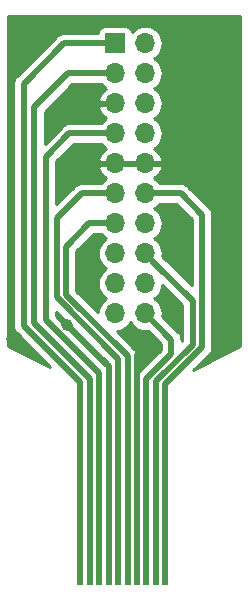
<source format=gbr>
G04 #@! TF.GenerationSoftware,KiCad,Pcbnew,6.0.0-rc1-unknown-bb2e402~66~ubuntu16.04.1*
G04 #@! TF.CreationDate,2019-01-25T18:37:06+01:00
G04 #@! TF.ProjectId,trollfinger-breakout,74726f6c-6c66-4696-9e67-65722d627265,rev?*
G04 #@! TF.SameCoordinates,PX848f8c0PY66ff300*
G04 #@! TF.FileFunction,Copper,L2,Bot*
G04 #@! TF.FilePolarity,Positive*
%FSLAX46Y46*%
G04 Gerber Fmt 4.6, Leading zero omitted, Abs format (unit mm)*
G04 Created by KiCad (PCBNEW 6.0.0-rc1-unknown-bb2e402~66~ubuntu16.04.1) date fre 25 jan 2019 18:37:06*
%MOMM*%
%LPD*%
G04 APERTURE LIST*
%ADD10O,1.700000X1.700000*%
%ADD11R,1.700000X1.700000*%
%ADD12R,0.600000X3.500000*%
%ADD13C,1.000000*%
%ADD14C,0.500000*%
%ADD15C,0.250000*%
G04 APERTURE END LIST*
D10*
X12290000Y24140000D03*
X9750000Y24140000D03*
X12290000Y26680000D03*
X9750000Y26680000D03*
X12290000Y29220000D03*
X9750000Y29220000D03*
X12290000Y31760000D03*
X9750000Y31760000D03*
X12290000Y34300000D03*
X9750000Y34300000D03*
X12290000Y36840000D03*
X9750000Y36840000D03*
X12290000Y39380000D03*
X9750000Y39380000D03*
X12290000Y41920000D03*
X9750000Y41920000D03*
X12290000Y44460000D03*
X9750000Y44460000D03*
X12290000Y47000000D03*
D11*
X9750000Y47000000D03*
D12*
X7595082Y2840000D03*
X9195082Y2840000D03*
X9995082Y2840000D03*
X10795082Y2840000D03*
X13995082Y2840000D03*
X6795082Y2840000D03*
X11595082Y2840000D03*
X8395082Y2840000D03*
X12395082Y2840000D03*
X13195082Y2840000D03*
D13*
X5700000Y23200000D03*
X11900000Y20900000D03*
X19000000Y48000000D03*
X2000000Y48000000D03*
X20000000Y22000000D03*
X1000000Y22000000D03*
X6000000Y37000000D03*
X6000000Y42000000D03*
X15000000Y37000000D03*
X15000000Y24000000D03*
X15000000Y32000000D03*
X7000000Y29000000D03*
D14*
X9195082Y2840000D02*
X9195082Y19704918D01*
X9195082Y19704918D02*
X9000000Y19900000D01*
X9000000Y19900000D02*
X5700000Y23200000D01*
X11595082Y2840000D02*
X11595082Y20595082D01*
X11595082Y20595082D02*
X11900000Y20900000D01*
X7595082Y2840000D02*
X7595082Y18604918D01*
X7595082Y18604918D02*
X2900000Y23300000D01*
X2900000Y23300000D02*
X2900000Y41600000D01*
X5760000Y44460000D02*
X9750000Y44460000D01*
X2900000Y41600000D02*
X5760000Y44460000D01*
X4800000Y32200000D02*
X6900000Y34300000D01*
X9995082Y2840000D02*
X9995082Y20304918D01*
X6900000Y34300000D02*
X9750000Y34300000D01*
X4800000Y25500000D02*
X4800000Y32200000D01*
X9995082Y20304918D02*
X4800000Y25500000D01*
X7560000Y31760000D02*
X9750000Y31760000D01*
X5600000Y29800000D02*
X7560000Y31760000D01*
X5600000Y25700000D02*
X5600000Y29800000D01*
X10795082Y2840000D02*
X10795082Y20504918D01*
X10795082Y20504918D02*
X5600000Y25700000D01*
X15300000Y34300000D02*
X12290000Y34300000D01*
X17100000Y32500000D02*
X15300000Y34300000D01*
X13995082Y18195082D02*
X17100000Y21300000D01*
X17100000Y21300000D02*
X17100000Y32500000D01*
X13995082Y2840000D02*
X13995082Y18195082D01*
X5400000Y47000000D02*
X9750000Y47000000D01*
X2000000Y43600000D02*
X5400000Y47000000D01*
X6795082Y2840000D02*
X6795082Y18304918D01*
X2000000Y23100000D02*
X2000000Y43600000D01*
X6795082Y18304918D02*
X2000000Y23100000D01*
X8395082Y2840000D02*
X8395082Y19104918D01*
X8395082Y19104918D02*
X3900000Y23600000D01*
X3900000Y23600000D02*
X3900000Y37400000D01*
X5880000Y39380000D02*
X9750000Y39380000D01*
X3900000Y37400000D02*
X5880000Y39380000D01*
X12395082Y2840000D02*
X12395082Y18595082D01*
X12395082Y18595082D02*
X14500000Y20700000D01*
X14500000Y21930000D02*
X12290000Y24140000D01*
X14500000Y20700000D02*
X14500000Y21930000D01*
X16300000Y25210000D02*
X13139999Y28370001D01*
X16300000Y21489964D02*
X16300000Y25210000D01*
X13139999Y28370001D02*
X12290000Y29220000D01*
X13195082Y2840000D02*
X13195082Y18385046D01*
X13195082Y18385046D02*
X16300000Y21489964D01*
D15*
G36*
X11057649Y23316569D02*
G01*
X11241972Y23091972D01*
X11466569Y22907649D01*
X11722811Y22770685D01*
X12000850Y22686343D01*
X12217548Y22665000D01*
X12362452Y22665000D01*
X12512760Y22679804D01*
X13625001Y21567562D01*
X13625000Y21062437D01*
X11806758Y19244194D01*
X11773371Y19216794D01*
X11670082Y19090936D01*
X11670082Y20461940D01*
X11674315Y20504919D01*
X11657421Y20676449D01*
X11635093Y20750053D01*
X11607387Y20841386D01*
X11526138Y20993394D01*
X11416794Y21126630D01*
X11383401Y21154035D01*
X9867954Y22669482D01*
X10039150Y22686343D01*
X10317189Y22770685D01*
X10573431Y22907649D01*
X10798028Y23091972D01*
X10982351Y23316569D01*
X11020000Y23387005D01*
X11057649Y23316569D01*
X11057649Y23316569D01*
G37*
X11057649Y23316569D02*
X11241972Y23091972D01*
X11466569Y22907649D01*
X11722811Y22770685D01*
X12000850Y22686343D01*
X12217548Y22665000D01*
X12362452Y22665000D01*
X12512760Y22679804D01*
X13625001Y21567562D01*
X13625000Y21062437D01*
X11806758Y19244194D01*
X11773371Y19216794D01*
X11670082Y19090936D01*
X11670082Y20461940D01*
X11674315Y20504919D01*
X11657421Y20676449D01*
X11635093Y20750053D01*
X11607387Y20841386D01*
X11526138Y20993394D01*
X11416794Y21126630D01*
X11383401Y21154035D01*
X9867954Y22669482D01*
X10039150Y22686343D01*
X10317189Y22770685D01*
X10573431Y22907649D01*
X10798028Y23091972D01*
X10982351Y23316569D01*
X11020000Y23387005D01*
X11057649Y23316569D01*
G36*
X20350001Y21395596D02*
G01*
X16379137Y19341701D01*
X17688326Y20650889D01*
X17721712Y20678288D01*
X17831056Y20811524D01*
X17912305Y20963532D01*
X17951654Y21093246D01*
X17962339Y21128469D01*
X17979233Y21299999D01*
X17975000Y21342978D01*
X17975000Y32457022D01*
X17979233Y32500001D01*
X17962339Y32671531D01*
X17950694Y32709920D01*
X17912305Y32836468D01*
X17831056Y32988476D01*
X17721712Y33121712D01*
X17688319Y33149117D01*
X15949117Y34888319D01*
X15921712Y34921712D01*
X15788476Y35031056D01*
X15636468Y35112305D01*
X15471530Y35162339D01*
X15342979Y35175000D01*
X15300000Y35179233D01*
X15257021Y35175000D01*
X13480029Y35175000D01*
X13338028Y35348028D01*
X13113431Y35532351D01*
X13034190Y35574706D01*
X13164496Y35652188D01*
X13379423Y35845617D01*
X13552485Y36077260D01*
X13677030Y36338214D01*
X13722045Y36486628D01*
X13602812Y36715000D01*
X12415000Y36715000D01*
X12415000Y36695000D01*
X12165000Y36695000D01*
X12165000Y36715000D01*
X9875000Y36715000D01*
X9875000Y36695000D01*
X9625000Y36695000D01*
X9625000Y36715000D01*
X8437188Y36715000D01*
X8317955Y36486628D01*
X8362970Y36338214D01*
X8487515Y36077260D01*
X8660577Y35845617D01*
X8875504Y35652188D01*
X9005810Y35574706D01*
X8926569Y35532351D01*
X8701972Y35348028D01*
X8559971Y35175000D01*
X6942978Y35175000D01*
X6899999Y35179233D01*
X6728469Y35162339D01*
X6690080Y35150694D01*
X6563532Y35112305D01*
X6411524Y35031056D01*
X6278288Y34921712D01*
X6250888Y34888325D01*
X4775000Y33412436D01*
X4775000Y37037564D01*
X6242437Y38505000D01*
X8559971Y38505000D01*
X8701972Y38331972D01*
X8926569Y38147649D01*
X9005810Y38105294D01*
X8875504Y38027812D01*
X8660577Y37834383D01*
X8487515Y37602740D01*
X8362970Y37341786D01*
X8317955Y37193372D01*
X8437188Y36965000D01*
X9625000Y36965000D01*
X9625000Y36985000D01*
X9875000Y36985000D01*
X9875000Y36965000D01*
X12165000Y36965000D01*
X12165000Y36985000D01*
X12415000Y36985000D01*
X12415000Y36965000D01*
X13602812Y36965000D01*
X13722045Y37193372D01*
X13677030Y37341786D01*
X13552485Y37602740D01*
X13379423Y37834383D01*
X13164496Y38027812D01*
X13034190Y38105294D01*
X13113431Y38147649D01*
X13338028Y38331972D01*
X13522351Y38556569D01*
X13659315Y38812811D01*
X13743657Y39090850D01*
X13772136Y39380000D01*
X13743657Y39669150D01*
X13659315Y39947189D01*
X13522351Y40203431D01*
X13338028Y40428028D01*
X13113431Y40612351D01*
X13042995Y40650000D01*
X13113431Y40687649D01*
X13338028Y40871972D01*
X13522351Y41096569D01*
X13659315Y41352811D01*
X13743657Y41630850D01*
X13772136Y41920000D01*
X13743657Y42209150D01*
X13659315Y42487189D01*
X13522351Y42743431D01*
X13338028Y42968028D01*
X13113431Y43152351D01*
X13042995Y43190000D01*
X13113431Y43227649D01*
X13338028Y43411972D01*
X13522351Y43636569D01*
X13659315Y43892811D01*
X13743657Y44170850D01*
X13772136Y44460000D01*
X13743657Y44749150D01*
X13659315Y45027189D01*
X13522351Y45283431D01*
X13338028Y45508028D01*
X13113431Y45692351D01*
X13042995Y45730000D01*
X13113431Y45767649D01*
X13338028Y45951972D01*
X13522351Y46176569D01*
X13659315Y46432811D01*
X13743657Y46710850D01*
X13772136Y47000000D01*
X13743657Y47289150D01*
X13659315Y47567189D01*
X13522351Y47823431D01*
X13338028Y48048028D01*
X13113431Y48232351D01*
X12857189Y48369315D01*
X12579150Y48453657D01*
X12362452Y48475000D01*
X12217548Y48475000D01*
X12000850Y48453657D01*
X11722811Y48369315D01*
X11466569Y48232351D01*
X11241972Y48048028D01*
X11206254Y48004506D01*
X11180219Y48090334D01*
X11122183Y48198911D01*
X11044080Y48294080D01*
X10948911Y48372183D01*
X10840334Y48430219D01*
X10722521Y48465957D01*
X10600000Y48478024D01*
X8900000Y48478024D01*
X8777479Y48465957D01*
X8659666Y48430219D01*
X8551089Y48372183D01*
X8455920Y48294080D01*
X8377817Y48198911D01*
X8319781Y48090334D01*
X8284043Y47972521D01*
X8274438Y47875000D01*
X5442978Y47875000D01*
X5399999Y47879233D01*
X5228469Y47862339D01*
X5187794Y47850000D01*
X5063532Y47812305D01*
X4911524Y47731056D01*
X4778288Y47621712D01*
X4750888Y47588325D01*
X1411676Y44249112D01*
X1378289Y44221712D01*
X1268945Y44088476D01*
X1225516Y44007226D01*
X1187695Y43936467D01*
X1137661Y43771529D01*
X1120767Y43600000D01*
X1125001Y43557011D01*
X1125000Y23142979D01*
X1120767Y23100000D01*
X1134208Y22963533D01*
X1137661Y22928471D01*
X1187695Y22763533D01*
X1268944Y22611525D01*
X1378288Y22478288D01*
X1411681Y22450883D01*
X4271682Y19590881D01*
X650000Y21401722D01*
X650000Y49350000D01*
X20350000Y49350000D01*
X20350001Y21395596D01*
X20350001Y21395596D01*
G37*
X20350001Y21395596D02*
X16379137Y19341701D01*
X17688326Y20650889D01*
X17721712Y20678288D01*
X17831056Y20811524D01*
X17912305Y20963532D01*
X17951654Y21093246D01*
X17962339Y21128469D01*
X17979233Y21299999D01*
X17975000Y21342978D01*
X17975000Y32457022D01*
X17979233Y32500001D01*
X17962339Y32671531D01*
X17950694Y32709920D01*
X17912305Y32836468D01*
X17831056Y32988476D01*
X17721712Y33121712D01*
X17688319Y33149117D01*
X15949117Y34888319D01*
X15921712Y34921712D01*
X15788476Y35031056D01*
X15636468Y35112305D01*
X15471530Y35162339D01*
X15342979Y35175000D01*
X15300000Y35179233D01*
X15257021Y35175000D01*
X13480029Y35175000D01*
X13338028Y35348028D01*
X13113431Y35532351D01*
X13034190Y35574706D01*
X13164496Y35652188D01*
X13379423Y35845617D01*
X13552485Y36077260D01*
X13677030Y36338214D01*
X13722045Y36486628D01*
X13602812Y36715000D01*
X12415000Y36715000D01*
X12415000Y36695000D01*
X12165000Y36695000D01*
X12165000Y36715000D01*
X9875000Y36715000D01*
X9875000Y36695000D01*
X9625000Y36695000D01*
X9625000Y36715000D01*
X8437188Y36715000D01*
X8317955Y36486628D01*
X8362970Y36338214D01*
X8487515Y36077260D01*
X8660577Y35845617D01*
X8875504Y35652188D01*
X9005810Y35574706D01*
X8926569Y35532351D01*
X8701972Y35348028D01*
X8559971Y35175000D01*
X6942978Y35175000D01*
X6899999Y35179233D01*
X6728469Y35162339D01*
X6690080Y35150694D01*
X6563532Y35112305D01*
X6411524Y35031056D01*
X6278288Y34921712D01*
X6250888Y34888325D01*
X4775000Y33412436D01*
X4775000Y37037564D01*
X6242437Y38505000D01*
X8559971Y38505000D01*
X8701972Y38331972D01*
X8926569Y38147649D01*
X9005810Y38105294D01*
X8875504Y38027812D01*
X8660577Y37834383D01*
X8487515Y37602740D01*
X8362970Y37341786D01*
X8317955Y37193372D01*
X8437188Y36965000D01*
X9625000Y36965000D01*
X9625000Y36985000D01*
X9875000Y36985000D01*
X9875000Y36965000D01*
X12165000Y36965000D01*
X12165000Y36985000D01*
X12415000Y36985000D01*
X12415000Y36965000D01*
X13602812Y36965000D01*
X13722045Y37193372D01*
X13677030Y37341786D01*
X13552485Y37602740D01*
X13379423Y37834383D01*
X13164496Y38027812D01*
X13034190Y38105294D01*
X13113431Y38147649D01*
X13338028Y38331972D01*
X13522351Y38556569D01*
X13659315Y38812811D01*
X13743657Y39090850D01*
X13772136Y39380000D01*
X13743657Y39669150D01*
X13659315Y39947189D01*
X13522351Y40203431D01*
X13338028Y40428028D01*
X13113431Y40612351D01*
X13042995Y40650000D01*
X13113431Y40687649D01*
X13338028Y40871972D01*
X13522351Y41096569D01*
X13659315Y41352811D01*
X13743657Y41630850D01*
X13772136Y41920000D01*
X13743657Y42209150D01*
X13659315Y42487189D01*
X13522351Y42743431D01*
X13338028Y42968028D01*
X13113431Y43152351D01*
X13042995Y43190000D01*
X13113431Y43227649D01*
X13338028Y43411972D01*
X13522351Y43636569D01*
X13659315Y43892811D01*
X13743657Y44170850D01*
X13772136Y44460000D01*
X13743657Y44749150D01*
X13659315Y45027189D01*
X13522351Y45283431D01*
X13338028Y45508028D01*
X13113431Y45692351D01*
X13042995Y45730000D01*
X13113431Y45767649D01*
X13338028Y45951972D01*
X13522351Y46176569D01*
X13659315Y46432811D01*
X13743657Y46710850D01*
X13772136Y47000000D01*
X13743657Y47289150D01*
X13659315Y47567189D01*
X13522351Y47823431D01*
X13338028Y48048028D01*
X13113431Y48232351D01*
X12857189Y48369315D01*
X12579150Y48453657D01*
X12362452Y48475000D01*
X12217548Y48475000D01*
X12000850Y48453657D01*
X11722811Y48369315D01*
X11466569Y48232351D01*
X11241972Y48048028D01*
X11206254Y48004506D01*
X11180219Y48090334D01*
X11122183Y48198911D01*
X11044080Y48294080D01*
X10948911Y48372183D01*
X10840334Y48430219D01*
X10722521Y48465957D01*
X10600000Y48478024D01*
X8900000Y48478024D01*
X8777479Y48465957D01*
X8659666Y48430219D01*
X8551089Y48372183D01*
X8455920Y48294080D01*
X8377817Y48198911D01*
X8319781Y48090334D01*
X8284043Y47972521D01*
X8274438Y47875000D01*
X5442978Y47875000D01*
X5399999Y47879233D01*
X5228469Y47862339D01*
X5187794Y47850000D01*
X5063532Y47812305D01*
X4911524Y47731056D01*
X4778288Y47621712D01*
X4750888Y47588325D01*
X1411676Y44249112D01*
X1378289Y44221712D01*
X1268945Y44088476D01*
X1225516Y44007226D01*
X1187695Y43936467D01*
X1137661Y43771529D01*
X1120767Y43600000D01*
X1125001Y43557011D01*
X1125000Y23142979D01*
X1120767Y23100000D01*
X1134208Y22963533D01*
X1137661Y22928471D01*
X1187695Y22763533D01*
X1268944Y22611525D01*
X1378288Y22478288D01*
X1411681Y22450883D01*
X4271682Y19590881D01*
X650000Y21401722D01*
X650000Y49350000D01*
X20350000Y49350000D01*
X20350001Y21395596D01*
G36*
X9120083Y19942481D02*
G01*
X9120083Y19600772D01*
X9016794Y19726630D01*
X8983407Y19754030D01*
X4775000Y23962436D01*
X4775000Y24287564D01*
X9120083Y19942481D01*
X9120083Y19942481D01*
G37*
X9120083Y19942481D02*
X9120083Y19600772D01*
X9016794Y19726630D01*
X8983407Y19754030D01*
X4775000Y23962436D01*
X4775000Y24287564D01*
X9120083Y19942481D01*
G36*
X15425001Y24847563D02*
G01*
X15425000Y21852401D01*
X15375000Y21802401D01*
X15375000Y21887021D01*
X15379233Y21930000D01*
X15362339Y22101530D01*
X15312305Y22266468D01*
X15293169Y22302269D01*
X15231056Y22418476D01*
X15121712Y22551712D01*
X15088325Y22579112D01*
X13750196Y23917240D01*
X13772136Y24140000D01*
X13743657Y24429150D01*
X13659315Y24707189D01*
X13522351Y24963431D01*
X13338028Y25188028D01*
X13113431Y25372351D01*
X13042995Y25410000D01*
X13113431Y25447649D01*
X13338028Y25631972D01*
X13522351Y25856569D01*
X13659315Y26112811D01*
X13743657Y26390850D01*
X13756035Y26516529D01*
X15425001Y24847563D01*
X15425001Y24847563D01*
G37*
X15425001Y24847563D02*
X15425000Y21852401D01*
X15375000Y21802401D01*
X15375000Y21887021D01*
X15379233Y21930000D01*
X15362339Y22101530D01*
X15312305Y22266468D01*
X15293169Y22302269D01*
X15231056Y22418476D01*
X15121712Y22551712D01*
X15088325Y22579112D01*
X13750196Y23917240D01*
X13772136Y24140000D01*
X13743657Y24429150D01*
X13659315Y24707189D01*
X13522351Y24963431D01*
X13338028Y25188028D01*
X13113431Y25372351D01*
X13042995Y25410000D01*
X13113431Y25447649D01*
X13338028Y25631972D01*
X13522351Y25856569D01*
X13659315Y26112811D01*
X13743657Y26390850D01*
X13756035Y26516529D01*
X15425001Y24847563D01*
G36*
X8701972Y30711972D02*
G01*
X8926569Y30527649D01*
X8997005Y30490000D01*
X8926569Y30452351D01*
X8701972Y30268028D01*
X8517649Y30043431D01*
X8380685Y29787189D01*
X8296343Y29509150D01*
X8267864Y29220000D01*
X8296343Y28930850D01*
X8380685Y28652811D01*
X8517649Y28396569D01*
X8701972Y28171972D01*
X8926569Y27987649D01*
X8997005Y27950000D01*
X8926569Y27912351D01*
X8701972Y27728028D01*
X8517649Y27503431D01*
X8380685Y27247189D01*
X8296343Y26969150D01*
X8267864Y26680000D01*
X8296343Y26390850D01*
X8380685Y26112811D01*
X8517649Y25856569D01*
X8701972Y25631972D01*
X8926569Y25447649D01*
X8997005Y25410000D01*
X8926569Y25372351D01*
X8701972Y25188028D01*
X8517649Y24963431D01*
X8380685Y24707189D01*
X8296343Y24429150D01*
X8279482Y24257954D01*
X6475000Y26062436D01*
X6475000Y29437564D01*
X7922437Y30885000D01*
X8559971Y30885000D01*
X8701972Y30711972D01*
X8701972Y30711972D01*
G37*
X8701972Y30711972D02*
X8926569Y30527649D01*
X8997005Y30490000D01*
X8926569Y30452351D01*
X8701972Y30268028D01*
X8517649Y30043431D01*
X8380685Y29787189D01*
X8296343Y29509150D01*
X8267864Y29220000D01*
X8296343Y28930850D01*
X8380685Y28652811D01*
X8517649Y28396569D01*
X8701972Y28171972D01*
X8926569Y27987649D01*
X8997005Y27950000D01*
X8926569Y27912351D01*
X8701972Y27728028D01*
X8517649Y27503431D01*
X8380685Y27247189D01*
X8296343Y26969150D01*
X8267864Y26680000D01*
X8296343Y26390850D01*
X8380685Y26112811D01*
X8517649Y25856569D01*
X8701972Y25631972D01*
X8926569Y25447649D01*
X8997005Y25410000D01*
X8926569Y25372351D01*
X8701972Y25188028D01*
X8517649Y24963431D01*
X8380685Y24707189D01*
X8296343Y24429150D01*
X8279482Y24257954D01*
X6475000Y26062436D01*
X6475000Y29437564D01*
X7922437Y30885000D01*
X8559971Y30885000D01*
X8701972Y30711972D01*
G36*
X16225001Y32137563D02*
G01*
X16225000Y26522436D01*
X13789113Y28958323D01*
X13789108Y28958329D01*
X13750196Y28997241D01*
X13772136Y29220000D01*
X13743657Y29509150D01*
X13659315Y29787189D01*
X13522351Y30043431D01*
X13338028Y30268028D01*
X13113431Y30452351D01*
X13042995Y30490000D01*
X13113431Y30527649D01*
X13338028Y30711972D01*
X13522351Y30936569D01*
X13659315Y31192811D01*
X13743657Y31470850D01*
X13772136Y31760000D01*
X13743657Y32049150D01*
X13659315Y32327189D01*
X13522351Y32583431D01*
X13338028Y32808028D01*
X13113431Y32992351D01*
X13042995Y33030000D01*
X13113431Y33067649D01*
X13338028Y33251972D01*
X13480029Y33425000D01*
X14937564Y33425000D01*
X16225001Y32137563D01*
X16225001Y32137563D01*
G37*
X16225001Y32137563D02*
X16225000Y26522436D01*
X13789113Y28958323D01*
X13789108Y28958329D01*
X13750196Y28997241D01*
X13772136Y29220000D01*
X13743657Y29509150D01*
X13659315Y29787189D01*
X13522351Y30043431D01*
X13338028Y30268028D01*
X13113431Y30452351D01*
X13042995Y30490000D01*
X13113431Y30527649D01*
X13338028Y30711972D01*
X13522351Y30936569D01*
X13659315Y31192811D01*
X13743657Y31470850D01*
X13772136Y31760000D01*
X13743657Y32049150D01*
X13659315Y32327189D01*
X13522351Y32583431D01*
X13338028Y32808028D01*
X13113431Y32992351D01*
X13042995Y33030000D01*
X13113431Y33067649D01*
X13338028Y33251972D01*
X13480029Y33425000D01*
X14937564Y33425000D01*
X16225001Y32137563D01*
G36*
X8701972Y43411972D02*
G01*
X8926569Y43227649D01*
X9005810Y43185294D01*
X8875504Y43107812D01*
X8660577Y42914383D01*
X8487515Y42682740D01*
X8362970Y42421786D01*
X8317955Y42273372D01*
X8437188Y42045000D01*
X9625000Y42045000D01*
X9625000Y42065000D01*
X9875000Y42065000D01*
X9875000Y42045000D01*
X9895000Y42045000D01*
X9895000Y41795000D01*
X9875000Y41795000D01*
X9875000Y41775000D01*
X9625000Y41775000D01*
X9625000Y41795000D01*
X8437188Y41795000D01*
X8317955Y41566628D01*
X8362970Y41418214D01*
X8487515Y41157260D01*
X8660577Y40925617D01*
X8875504Y40732188D01*
X9005810Y40654706D01*
X8926569Y40612351D01*
X8701972Y40428028D01*
X8559971Y40255000D01*
X5922979Y40255000D01*
X5880000Y40259233D01*
X5837021Y40255000D01*
X5708470Y40242339D01*
X5543532Y40192305D01*
X5391524Y40111056D01*
X5258288Y40001712D01*
X5230888Y39968325D01*
X3775000Y38512436D01*
X3775000Y41237564D01*
X6122437Y43585000D01*
X8559971Y43585000D01*
X8701972Y43411972D01*
X8701972Y43411972D01*
G37*
X8701972Y43411972D02*
X8926569Y43227649D01*
X9005810Y43185294D01*
X8875504Y43107812D01*
X8660577Y42914383D01*
X8487515Y42682740D01*
X8362970Y42421786D01*
X8317955Y42273372D01*
X8437188Y42045000D01*
X9625000Y42045000D01*
X9625000Y42065000D01*
X9875000Y42065000D01*
X9875000Y42045000D01*
X9895000Y42045000D01*
X9895000Y41795000D01*
X9875000Y41795000D01*
X9875000Y41775000D01*
X9625000Y41775000D01*
X9625000Y41795000D01*
X8437188Y41795000D01*
X8317955Y41566628D01*
X8362970Y41418214D01*
X8487515Y41157260D01*
X8660577Y40925617D01*
X8875504Y40732188D01*
X9005810Y40654706D01*
X8926569Y40612351D01*
X8701972Y40428028D01*
X8559971Y40255000D01*
X5922979Y40255000D01*
X5880000Y40259233D01*
X5837021Y40255000D01*
X5708470Y40242339D01*
X5543532Y40192305D01*
X5391524Y40111056D01*
X5258288Y40001712D01*
X5230888Y39968325D01*
X3775000Y38512436D01*
X3775000Y41237564D01*
X6122437Y43585000D01*
X8559971Y43585000D01*
X8701972Y43411972D01*
M02*

</source>
